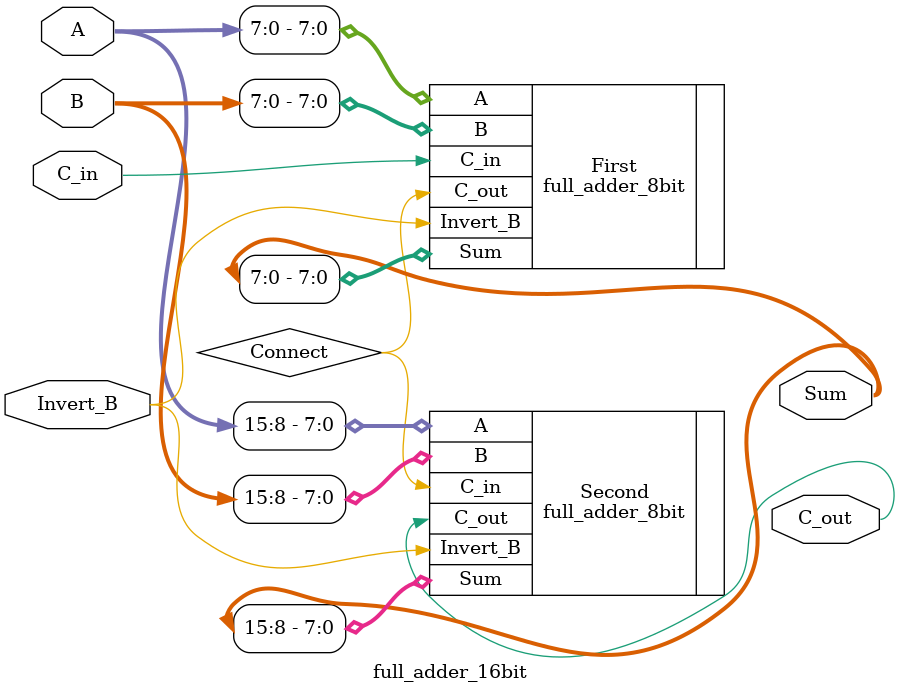
<source format=sv>
module full_adder_16bit (
		input  logic [15:0] A, B,    
		input  logic Invert_B, C_in,
		output logic [15:0] Sum,
		output logic C_out
);
wire logic Connect;
full_adder_8bit  First (.A(A[7:0]),  .B(B[7:0]),  .Invert_B(Invert_B), .C_in(C_in),    .Sum(Sum[7:0]),  .C_out(Connect));
full_adder_8bit  Second(.A(A[15:8]), .B(B[15:8]), .Invert_B(Invert_B), .C_in(Connect), .Sum(Sum[15:8]), .C_out(C_out) );
endmodule							


</source>
